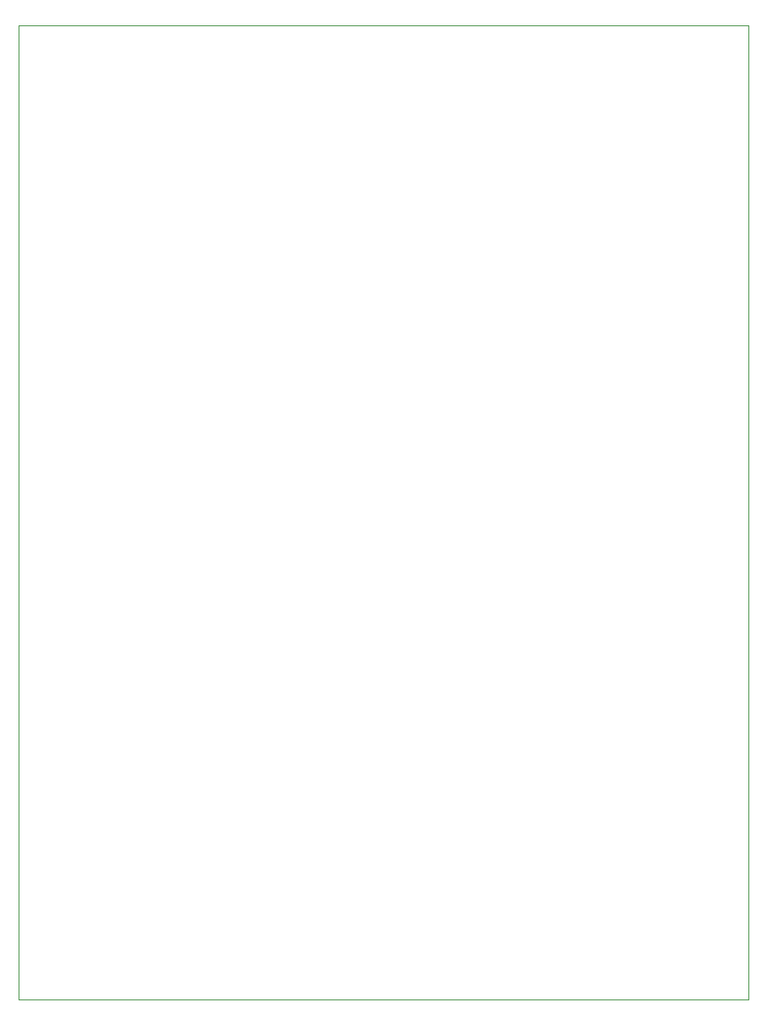
<source format=gbr>
G04 #@! TF.GenerationSoftware,KiCad,Pcbnew,5.1.2*
G04 #@! TF.CreationDate,2019-06-07T15:21:27-07:00*
G04 #@! TF.ProjectId,light-tone-pedal,6c696768-742d-4746-9f6e-652d70656461,rev?*
G04 #@! TF.SameCoordinates,Original*
G04 #@! TF.FileFunction,Profile,NP*
%FSLAX46Y46*%
G04 Gerber Fmt 4.6, Leading zero omitted, Abs format (unit mm)*
G04 Created by KiCad (PCBNEW 5.1.2) date 2019-06-07 15:21:27*
%MOMM*%
%LPD*%
G04 APERTURE LIST*
%ADD10C,0.100000*%
G04 APERTURE END LIST*
D10*
X167386000Y-36322000D02*
X167386000Y-133858000D01*
X94234000Y-36322000D02*
X167386000Y-36322000D01*
X167386000Y-133858000D02*
X94234000Y-133858000D01*
X94234000Y-133858000D02*
X94234000Y-36322000D01*
M02*

</source>
